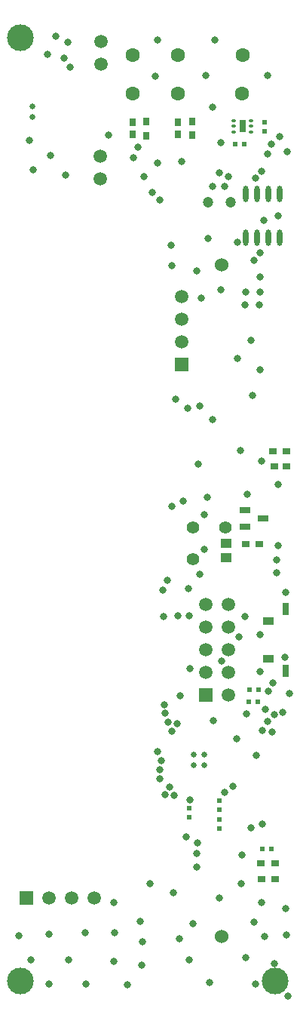
<source format=gbs>
%FSLAX25Y25*%
%MOIN*%
G70*
G01*
G75*
G04 Layer_Color=16711935*
%ADD10O,0.01378X0.05512*%
%ADD11R,0.02362X0.04528*%
%ADD12R,0.03937X0.07874*%
%ADD13R,0.01772X0.02362*%
%ADD14R,0.08268X0.05906*%
%ADD15R,0.17716X0.17716*%
%ADD16O,0.02559X0.00984*%
%ADD17O,0.00984X0.02559*%
%ADD18R,0.05315X0.03740*%
%ADD19R,0.01575X0.01575*%
%ADD20R,0.11811X0.00039*%
%ADD21R,0.05512X0.08268*%
%ADD22O,0.02362X0.00984*%
%ADD23R,0.06693X0.03150*%
%ADD24R,0.00984X0.01969*%
%ADD25R,0.03937X0.03543*%
%ADD26R,0.03937X0.01378*%
%ADD27R,0.03150X0.06496*%
%ADD28R,0.03150X0.03543*%
%ADD29R,0.02362X0.01969*%
%ADD30R,0.01969X0.02362*%
%ADD31R,0.03543X0.03150*%
%ADD32R,0.03937X0.05118*%
%ADD33R,0.05118X0.03937*%
%ADD34C,0.03937*%
%ADD35C,0.00787*%
%ADD36C,0.03937*%
%ADD37C,0.01969*%
%ADD38C,0.01000*%
%ADD39C,0.01181*%
%ADD40C,0.01575*%
%ADD41C,0.02000*%
%ADD42C,0.02362*%
%ADD43R,0.03937X0.02913*%
%ADD44R,0.04724X0.03150*%
%ADD45R,0.18898X0.05079*%
%ADD46R,0.36142X0.03937*%
%ADD47R,1.00709X0.04764*%
%ADD48R,0.08583X0.15590*%
%ADD49R,0.12598X0.04764*%
%ADD50R,0.12598X0.05079*%
%ADD51R,0.01811X0.07992*%
G04:AMPARAMS|DCode=52|XSize=18.11mil|YSize=66.44mil|CornerRadius=0mil|HoleSize=0mil|Usage=FLASHONLY|Rotation=214.500|XOffset=0mil|YOffset=0mil|HoleType=Round|Shape=Rectangle|*
%AMROTATEDRECTD52*
4,1,4,-0.01135,0.03251,0.02628,-0.02225,0.01135,-0.03251,-0.02628,0.02225,-0.01135,0.03251,0.0*
%
%ADD52ROTATEDRECTD52*%

%ADD53R,0.35500X0.02000*%
%ADD54R,0.09055X0.04823*%
%ADD55R,0.12598X0.03150*%
%ADD56C,0.04724*%
%ADD57C,0.05512*%
%ADD58C,0.05906*%
%ADD59R,0.05906X0.05906*%
%ADD60R,0.05906X0.05906*%
%ADD61C,0.06299*%
%ADD62C,0.06000*%
%ADD63C,0.02598*%
%ADD64C,0.03150*%
%ADD65R,0.05000X0.03543*%
%ADD66R,0.03150X0.05709*%
%ADD67R,0.05118X0.02559*%
%ADD68O,0.02362X0.07284*%
%ADD69R,0.02756X0.05315*%
%ADD70O,0.02165X0.01181*%
%ADD71R,0.03543X0.02953*%
%ADD72R,0.02953X0.03543*%
%ADD73C,0.00984*%
%ADD74C,0.11811*%
D28*
X366831Y588323D02*
D03*
Y582221D02*
D03*
X346555Y588287D02*
D03*
Y582185D02*
D03*
D29*
X392224Y337303D02*
D03*
X396161D02*
D03*
X389862Y578346D02*
D03*
X385925D02*
D03*
X395866Y331988D02*
D03*
X391929D02*
D03*
X401968Y267028D02*
D03*
X398031D02*
D03*
D30*
X379000Y279902D02*
D03*
Y275965D02*
D03*
X379000Y284465D02*
D03*
Y288402D02*
D03*
X398819Y587894D02*
D03*
Y583957D02*
D03*
X365500Y284902D02*
D03*
Y280965D02*
D03*
D31*
X397441Y260728D02*
D03*
X403543D02*
D03*
X397638Y253740D02*
D03*
X403740D02*
D03*
X408760Y442618D02*
D03*
X402658D02*
D03*
X396654Y401673D02*
D03*
X390551D02*
D03*
D33*
X381890Y395768D02*
D03*
Y402067D02*
D03*
D56*
X383858Y552658D02*
D03*
X373858D02*
D03*
D57*
X367413Y394913D02*
D03*
Y409087D02*
D03*
X381685Y409185D02*
D03*
D58*
X383000Y375000D02*
D03*
X373000D02*
D03*
X383000Y365000D02*
D03*
X373000D02*
D03*
X383000Y355000D02*
D03*
X373000D02*
D03*
X383000Y345000D02*
D03*
X373000D02*
D03*
X383000Y335000D02*
D03*
X362205Y510906D02*
D03*
Y500906D02*
D03*
Y490906D02*
D03*
X326279Y573032D02*
D03*
Y563031D02*
D03*
X303602Y245472D02*
D03*
X313602D02*
D03*
X323602D02*
D03*
X326772Y623622D02*
D03*
Y613622D02*
D03*
D59*
X373000Y335000D02*
D03*
X362205Y480905D02*
D03*
D60*
X293602Y245472D02*
D03*
D61*
X340551Y600787D02*
D03*
X389169Y617850D02*
D03*
X389138Y600823D02*
D03*
X360661Y617850D02*
D03*
X360630Y600823D02*
D03*
X340551Y617815D02*
D03*
D62*
X380000Y228500D02*
D03*
Y525000D02*
D03*
D63*
X367638Y304071D02*
D03*
Y308795D02*
D03*
X372362Y304071D02*
D03*
Y308795D02*
D03*
X389173Y586319D02*
D03*
X296358Y590354D02*
D03*
Y595079D02*
D03*
D64*
X357776Y533661D02*
D03*
X341142Y572244D02*
D03*
X330020Y582382D02*
D03*
X313090Y612500D02*
D03*
X408071Y351870D02*
D03*
X396949Y361811D02*
D03*
X402658Y340256D02*
D03*
X400591Y336713D02*
D03*
X396949Y345472D02*
D03*
X397721Y566535D02*
D03*
X379035Y565748D02*
D03*
X408661Y229134D02*
D03*
X408268Y240748D02*
D03*
X390650Y219094D02*
D03*
X399016Y228346D02*
D03*
X394193Y234646D02*
D03*
X378839Y245472D02*
D03*
X367224Y233957D02*
D03*
X361221Y227264D02*
D03*
X365748Y218012D02*
D03*
X403150Y216339D02*
D03*
X409449Y202067D02*
D03*
X394882Y207283D02*
D03*
X374803Y208071D02*
D03*
X348425Y251575D02*
D03*
X358760Y247835D02*
D03*
X343996Y235138D02*
D03*
X332579Y230118D02*
D03*
X319783D02*
D03*
X303740Y229528D02*
D03*
X290354Y228839D02*
D03*
X295768Y218110D02*
D03*
X312303Y218012D02*
D03*
X332283Y217421D02*
D03*
X345079Y225886D02*
D03*
X344783Y215748D02*
D03*
X338287Y206890D02*
D03*
X319980Y207283D02*
D03*
X303740Y207382D02*
D03*
X397539Y243307D02*
D03*
X392913Y276378D02*
D03*
X397835Y277953D02*
D03*
X388583Y251673D02*
D03*
X388878Y264469D02*
D03*
X343110Y577067D02*
D03*
X375886Y594783D02*
D03*
X400197Y608760D02*
D03*
X376870Y624311D02*
D03*
X372933Y608661D02*
D03*
X351772Y624311D02*
D03*
X350689Y608465D02*
D03*
X310433Y616437D02*
D03*
X311910Y623425D02*
D03*
X303051Y618209D02*
D03*
X306594Y626083D02*
D03*
X304232Y573327D02*
D03*
X311024Y564764D02*
D03*
X296555Y567126D02*
D03*
X294980Y579921D02*
D03*
X402067Y578248D02*
D03*
X370276Y388484D02*
D03*
X375984Y456791D02*
D03*
X393504Y467421D02*
D03*
X404823Y401083D02*
D03*
X404331Y389173D02*
D03*
X392913Y491831D02*
D03*
X396850Y478839D02*
D03*
X380020Y349902D02*
D03*
X370276Y462697D02*
D03*
X402362Y318799D02*
D03*
X395374Y308465D02*
D03*
X397835Y319291D02*
D03*
X399410Y328642D02*
D03*
X387697Y360728D02*
D03*
X391240Y423819D02*
D03*
X386910Y483760D02*
D03*
X390354Y369783D02*
D03*
X366043Y346850D02*
D03*
X400395Y323435D02*
D03*
X390946Y326585D02*
D03*
X364469Y272539D02*
D03*
X368899Y265069D02*
D03*
X368976Y259134D02*
D03*
X369292Y269685D02*
D03*
X359744Y465748D02*
D03*
X354233Y369587D02*
D03*
X355906Y385827D02*
D03*
X357962Y418307D02*
D03*
X397737Y438386D02*
D03*
X365060Y461811D02*
D03*
X405021Y428051D02*
D03*
X386714Y315551D02*
D03*
X362404Y570867D02*
D03*
X353840Y381299D02*
D03*
X405710Y581693D02*
D03*
X408171Y380217D02*
D03*
X365748Y370079D02*
D03*
X360476D02*
D03*
X362993Y420768D02*
D03*
X373623Y422342D02*
D03*
X388190Y443012D02*
D03*
X376279Y323721D02*
D03*
X400394Y574114D02*
D03*
X408858Y575000D02*
D03*
X372342Y399311D02*
D03*
X372244Y414764D02*
D03*
X351789Y310054D02*
D03*
X353150Y306102D02*
D03*
X352576Y301885D02*
D03*
X352559Y297933D02*
D03*
X357104Y294404D02*
D03*
X358858Y290551D02*
D03*
X354840Y290959D02*
D03*
X354742Y330823D02*
D03*
X360352Y322260D02*
D03*
X357972Y318898D02*
D03*
X355135Y326886D02*
D03*
X356299Y322933D02*
D03*
X366142Y288878D02*
D03*
X381416Y292042D02*
D03*
X384842Y294783D02*
D03*
X361713Y334646D02*
D03*
X396850Y512894D02*
D03*
X396555Y507480D02*
D03*
X390158D02*
D03*
X390650Y512894D02*
D03*
X379528Y578937D02*
D03*
X351772Y569980D02*
D03*
X345669Y564075D02*
D03*
X369685Y436909D02*
D03*
X349410Y556890D02*
D03*
X352658Y553740D02*
D03*
X357972Y524705D02*
D03*
X370965Y510532D02*
D03*
X369094Y522539D02*
D03*
X374114Y536713D02*
D03*
X379724Y514075D02*
D03*
X396850Y519685D02*
D03*
X386811Y535039D02*
D03*
X381201Y559842D02*
D03*
X376079Y559575D02*
D03*
X365453Y382185D02*
D03*
X404429Y394783D02*
D03*
X407106Y327280D02*
D03*
X403150Y326476D02*
D03*
X409941Y335827D02*
D03*
X332382Y243307D02*
D03*
X394882Y563287D02*
D03*
X404921Y546555D02*
D03*
X398524Y544882D02*
D03*
X382972Y563976D02*
D03*
X394390Y527067D02*
D03*
X396949Y530413D02*
D03*
D65*
X400787Y367717D02*
D03*
Y351181D02*
D03*
D66*
X408268Y373031D02*
D03*
Y345866D02*
D03*
D67*
X390158Y409350D02*
D03*
Y416831D02*
D03*
X398425Y413091D02*
D03*
D68*
X405728Y537106D02*
D03*
X400728D02*
D03*
X395728D02*
D03*
X390728D02*
D03*
X405728Y556398D02*
D03*
X400728D02*
D03*
X395728D02*
D03*
X390728D02*
D03*
D69*
X389173Y586319D02*
D03*
D70*
X385335Y588878D02*
D03*
Y586319D02*
D03*
Y583760D02*
D03*
X393012D02*
D03*
Y586319D02*
D03*
Y588878D02*
D03*
D71*
X403248Y436024D02*
D03*
X408563D02*
D03*
D72*
X360563Y582878D02*
D03*
Y588193D02*
D03*
X340650Y582874D02*
D03*
Y588189D02*
D03*
D74*
X403543Y208760D02*
D03*
X291043Y208563D02*
D03*
X291142Y625492D02*
D03*
M02*

</source>
